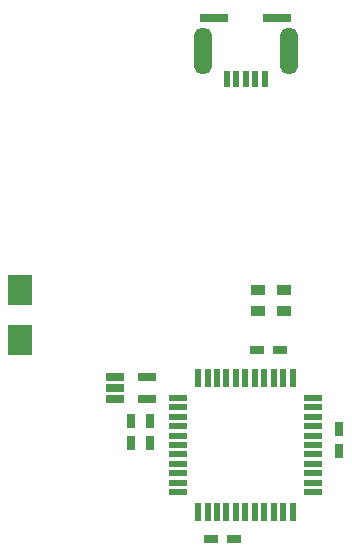
<source format=gbp>
G04 #@! TF.FileFunction,Paste,Bot*
%FSLAX46Y46*%
G04 Gerber Fmt 4.6, Leading zero omitted, Abs format (unit mm)*
G04 Created by KiCad (PCBNEW 4.0.7) date 06/06/18 20:30:53*
%MOMM*%
%LPD*%
G01*
G04 APERTURE LIST*
%ADD10C,0.100000*%
%ADD11R,0.550000X1.500000*%
%ADD12R,1.500000X0.550000*%
%ADD13R,1.560000X0.650000*%
%ADD14R,2.030000X2.650000*%
%ADD15R,1.200000X0.900000*%
%ADD16R,1.200000X0.750000*%
%ADD17R,0.750000X1.200000*%
%ADD18R,2.350000X0.800000*%
%ADD19R,0.500000X1.400000*%
%ADD20O,1.500000X4.000000*%
G04 APERTURE END LIST*
D10*
D11*
X84950000Y-79518750D03*
X84150000Y-79518750D03*
X83350000Y-79518750D03*
X82550000Y-79518750D03*
X81750000Y-79518750D03*
X80950000Y-79518750D03*
X80150000Y-79518750D03*
X79350000Y-79518750D03*
X78550000Y-79518750D03*
X77750000Y-79518750D03*
X76950000Y-79518750D03*
D12*
X75250000Y-77818750D03*
X75250000Y-77018750D03*
X75250000Y-76218750D03*
X75250000Y-75418750D03*
X75250000Y-74618750D03*
X75250000Y-73818750D03*
X75250000Y-73018750D03*
X75250000Y-72218750D03*
X75250000Y-71418750D03*
X75250000Y-70618750D03*
X75250000Y-69818750D03*
D11*
X76950000Y-68118750D03*
X77750000Y-68118750D03*
X78550000Y-68118750D03*
X79350000Y-68118750D03*
X80150000Y-68118750D03*
X80950000Y-68118750D03*
X81750000Y-68118750D03*
X82550000Y-68118750D03*
X83350000Y-68118750D03*
X84150000Y-68118750D03*
X84950000Y-68118750D03*
D12*
X86650000Y-69818750D03*
X86650000Y-70618750D03*
X86650000Y-71418750D03*
X86650000Y-72218750D03*
X86650000Y-73018750D03*
X86650000Y-73818750D03*
X86650000Y-74618750D03*
X86650000Y-75418750D03*
X86650000Y-76218750D03*
X86650000Y-77018750D03*
X86650000Y-77818750D03*
D13*
X69950000Y-69950000D03*
X69950000Y-69000000D03*
X69950000Y-68050000D03*
X72650000Y-68050000D03*
X72650000Y-69950000D03*
D14*
X61900000Y-64900000D03*
X61900000Y-60720000D03*
D15*
X82000000Y-60700000D03*
X84200000Y-60700000D03*
X82000000Y-62500000D03*
X84200000Y-62500000D03*
D16*
X83850000Y-65800000D03*
X81950000Y-65800000D03*
D17*
X88900000Y-74350000D03*
X88900000Y-72450000D03*
X71300000Y-71750000D03*
X71300000Y-73650000D03*
X72900000Y-71750000D03*
X72900000Y-73650000D03*
D16*
X78050000Y-81800000D03*
X79950000Y-81800000D03*
D18*
X83645000Y-37660000D03*
X78295000Y-37660000D03*
D19*
X79370000Y-42860000D03*
X80170000Y-42860000D03*
X80970000Y-42860000D03*
X81770000Y-42860000D03*
X82570000Y-42860000D03*
D20*
X77320000Y-40460000D03*
X84620000Y-40460000D03*
M02*

</source>
